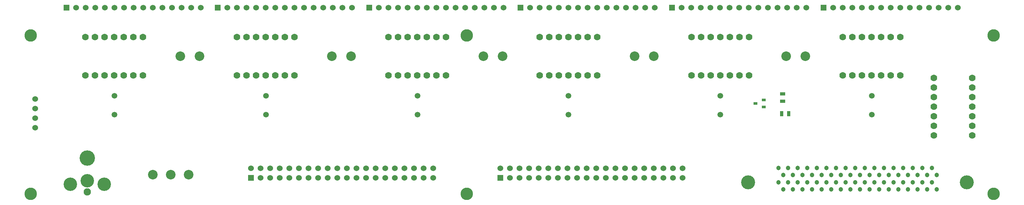
<source format=gts>
G04 (created by PCBNEW (2013-jul-07)-stable) date Thu 11 Jun 2015 04:55:29 PM PDT*
%MOIN*%
G04 Gerber Fmt 3.4, Leading zero omitted, Abs format*
%FSLAX34Y34*%
G01*
G70*
G90*
G04 APERTURE LIST*
%ADD10C,0.00590551*%
%ADD11C,0.1*%
%ADD12R,0.06X0.06*%
%ADD13C,0.06*%
%ADD14C,0.13*%
%ADD15C,0.145669*%
%ADD16C,0.0472441*%
%ADD17C,0.076*%
%ADD18C,0.14*%
%ADD19C,0.16*%
%ADD20R,0.0394X0.0315*%
%ADD21R,0.035X0.055*%
%ADD22R,0.055X0.035*%
%ADD23C,0.07*%
%ADD24C,0.0590551*%
G04 APERTURE END LIST*
G54D10*
G54D11*
X32324Y-27952D03*
X34324Y-27952D03*
X48124Y-27952D03*
X50124Y-27952D03*
X63924Y-27952D03*
X65924Y-27952D03*
X79694Y-27952D03*
X81694Y-27952D03*
X95514Y-27952D03*
X97514Y-27952D03*
G54D12*
X39712Y-40657D03*
G54D13*
X39712Y-39657D03*
X44712Y-40657D03*
X40712Y-39657D03*
X45712Y-40657D03*
X41712Y-39657D03*
X46712Y-40657D03*
X42712Y-39657D03*
X47712Y-40657D03*
X43712Y-39657D03*
X48712Y-40657D03*
X44712Y-39657D03*
X49712Y-40657D03*
X45712Y-39657D03*
X50712Y-40657D03*
X46712Y-39657D03*
X51712Y-40657D03*
X47712Y-39657D03*
X52712Y-40657D03*
X48712Y-39657D03*
X53712Y-40657D03*
X49712Y-39657D03*
X54712Y-40657D03*
X50712Y-39657D03*
X51712Y-39657D03*
X55712Y-40657D03*
X52712Y-39657D03*
X54712Y-39657D03*
X55712Y-39657D03*
X56712Y-39657D03*
X57712Y-39657D03*
X56712Y-40657D03*
X57712Y-40657D03*
X40712Y-40657D03*
X41712Y-40657D03*
X42712Y-40657D03*
X43712Y-40657D03*
X58712Y-40657D03*
X58712Y-39657D03*
X53712Y-39657D03*
G54D12*
X20460Y-22874D03*
G54D13*
X21460Y-22874D03*
X22460Y-22874D03*
X23460Y-22874D03*
X24460Y-22874D03*
X25460Y-22874D03*
X26460Y-22874D03*
X27460Y-22874D03*
X28460Y-22874D03*
X29460Y-22874D03*
X30460Y-22874D03*
X31460Y-22874D03*
X32460Y-22874D03*
X33460Y-22874D03*
X34460Y-22874D03*
G54D12*
X36248Y-22874D03*
G54D13*
X37248Y-22874D03*
X38248Y-22874D03*
X39248Y-22874D03*
X40248Y-22874D03*
X41248Y-22874D03*
X42248Y-22874D03*
X43248Y-22874D03*
X44248Y-22874D03*
X45248Y-22874D03*
X46248Y-22874D03*
X47248Y-22874D03*
X48248Y-22874D03*
X49248Y-22874D03*
X50248Y-22874D03*
G54D12*
X52035Y-22874D03*
G54D13*
X53035Y-22874D03*
X54035Y-22874D03*
X55035Y-22874D03*
X56035Y-22874D03*
X57035Y-22874D03*
X58035Y-22874D03*
X59035Y-22874D03*
X60035Y-22874D03*
X61035Y-22874D03*
X62035Y-22874D03*
X63035Y-22874D03*
X64035Y-22874D03*
X65035Y-22874D03*
X66035Y-22874D03*
G54D12*
X67822Y-22874D03*
G54D13*
X68822Y-22874D03*
X69822Y-22874D03*
X70822Y-22874D03*
X71822Y-22874D03*
X72822Y-22874D03*
X73822Y-22874D03*
X74822Y-22874D03*
X75822Y-22874D03*
X76822Y-22874D03*
X77822Y-22874D03*
X78822Y-22874D03*
X79822Y-22874D03*
X80822Y-22874D03*
X81822Y-22874D03*
G54D12*
X83610Y-22874D03*
G54D13*
X84610Y-22874D03*
X85610Y-22874D03*
X86610Y-22874D03*
X87610Y-22874D03*
X88610Y-22874D03*
X89610Y-22874D03*
X90610Y-22874D03*
X91610Y-22874D03*
X92610Y-22874D03*
X93610Y-22874D03*
X94610Y-22874D03*
X95610Y-22874D03*
X96610Y-22874D03*
X97610Y-22874D03*
G54D12*
X99397Y-22874D03*
G54D13*
X100397Y-22874D03*
X101397Y-22874D03*
X102397Y-22874D03*
X103397Y-22874D03*
X104397Y-22874D03*
X105397Y-22874D03*
X106397Y-22874D03*
X107397Y-22874D03*
X108397Y-22874D03*
X109397Y-22874D03*
X110397Y-22874D03*
X111397Y-22874D03*
X112397Y-22874D03*
X113397Y-22874D03*
G54D14*
X117125Y-25787D03*
X16732Y-42322D03*
X117125Y-42322D03*
X62204Y-25787D03*
X62204Y-42322D03*
X16732Y-25787D03*
G54D15*
X91553Y-41100D03*
X114352Y-41100D03*
G54D16*
X94702Y-39600D03*
X95202Y-40350D03*
X95702Y-39600D03*
X96202Y-40350D03*
X96702Y-39600D03*
X97202Y-40350D03*
X97702Y-39600D03*
X98202Y-40350D03*
X98702Y-39600D03*
X99202Y-40350D03*
X99702Y-39600D03*
X100202Y-40350D03*
X100702Y-39600D03*
X101202Y-40350D03*
X101702Y-39600D03*
X102202Y-40350D03*
X102702Y-39600D03*
X103202Y-40350D03*
X103702Y-39600D03*
X104202Y-40350D03*
X104702Y-39600D03*
X105202Y-40350D03*
X105702Y-39600D03*
X106202Y-40350D03*
X106702Y-39600D03*
X107202Y-40350D03*
X107702Y-39600D03*
X108202Y-40350D03*
X108702Y-39600D03*
X109202Y-40350D03*
X109702Y-39600D03*
X110202Y-40350D03*
X110702Y-39600D03*
X111202Y-40350D03*
X94702Y-41100D03*
X95202Y-41850D03*
X95702Y-41100D03*
X96202Y-41850D03*
X96702Y-41100D03*
X97202Y-41850D03*
X97702Y-41100D03*
X98202Y-41850D03*
X98702Y-41100D03*
X99202Y-41850D03*
X99702Y-41100D03*
X100202Y-41850D03*
X100702Y-41100D03*
X101202Y-41850D03*
X101702Y-41100D03*
X102202Y-41850D03*
X102702Y-41100D03*
X103202Y-41850D03*
X103702Y-41100D03*
X104202Y-41850D03*
X104702Y-41100D03*
X105202Y-41850D03*
X105702Y-41100D03*
X106202Y-41850D03*
X106702Y-41100D03*
X107202Y-41850D03*
X107702Y-41100D03*
X108202Y-41850D03*
X108702Y-41100D03*
X109202Y-41850D03*
X109702Y-41100D03*
X110202Y-41850D03*
X110702Y-41100D03*
X111202Y-41850D03*
G54D17*
X22637Y-42115D03*
G54D18*
X22637Y-40935D03*
G54D19*
X22637Y-38575D03*
G54D18*
X24407Y-41325D03*
X20867Y-41325D03*
G54D11*
X29480Y-40314D03*
X31350Y-40314D03*
X33220Y-40314D03*
G54D12*
X65696Y-40657D03*
G54D13*
X65696Y-39657D03*
X70696Y-40657D03*
X66696Y-39657D03*
X71696Y-40657D03*
X67696Y-39657D03*
X72696Y-40657D03*
X68696Y-39657D03*
X73696Y-40657D03*
X69696Y-39657D03*
X74696Y-40657D03*
X70696Y-39657D03*
X75696Y-40657D03*
X71696Y-39657D03*
X76696Y-40657D03*
X72696Y-39657D03*
X77696Y-40657D03*
X73696Y-39657D03*
X78696Y-40657D03*
X74696Y-39657D03*
X79696Y-40657D03*
X75696Y-39657D03*
X80696Y-40657D03*
X76696Y-39657D03*
X77696Y-39657D03*
X81696Y-40657D03*
X78696Y-39657D03*
X80696Y-39657D03*
X81696Y-39657D03*
X82696Y-39657D03*
X83696Y-39657D03*
X82696Y-40657D03*
X83696Y-40657D03*
X66696Y-40657D03*
X67696Y-40657D03*
X68696Y-40657D03*
X69696Y-40657D03*
X84696Y-40657D03*
X84696Y-39657D03*
X79696Y-39657D03*
G54D20*
X92296Y-32890D03*
X93162Y-32515D03*
X93162Y-33265D03*
G54D21*
X95784Y-33960D03*
X95034Y-33960D03*
G54D22*
X95150Y-32635D03*
X95150Y-31885D03*
G54D23*
X22450Y-29952D03*
X23450Y-29952D03*
X24450Y-29952D03*
X25450Y-29952D03*
X26450Y-29952D03*
X27450Y-29952D03*
X28450Y-29952D03*
X28450Y-25952D03*
X27450Y-25952D03*
X26450Y-25952D03*
X25450Y-25952D03*
X24450Y-25952D03*
X23450Y-25952D03*
X22450Y-25952D03*
X38250Y-29952D03*
X39250Y-29952D03*
X40250Y-29952D03*
X41250Y-29952D03*
X42250Y-29952D03*
X43250Y-29952D03*
X44250Y-29952D03*
X44250Y-25952D03*
X43250Y-25952D03*
X42250Y-25952D03*
X41250Y-25952D03*
X40250Y-25952D03*
X39250Y-25952D03*
X38250Y-25952D03*
X54050Y-29952D03*
X55050Y-29952D03*
X56050Y-29952D03*
X57050Y-29952D03*
X58050Y-29952D03*
X59050Y-29952D03*
X60050Y-29952D03*
X60050Y-25952D03*
X59050Y-25952D03*
X58050Y-25952D03*
X57050Y-25952D03*
X56050Y-25952D03*
X55050Y-25952D03*
X54050Y-25952D03*
X69820Y-29952D03*
X70820Y-29952D03*
X71820Y-29952D03*
X72820Y-29952D03*
X73820Y-29952D03*
X74820Y-29952D03*
X75820Y-29952D03*
X75820Y-25952D03*
X74820Y-25952D03*
X73820Y-25952D03*
X72820Y-25952D03*
X71820Y-25952D03*
X70820Y-25952D03*
X69820Y-25952D03*
X85640Y-29952D03*
X86640Y-29952D03*
X87640Y-29952D03*
X88640Y-29952D03*
X89640Y-29952D03*
X90640Y-29952D03*
X91640Y-29952D03*
X91640Y-25952D03*
X90640Y-25952D03*
X89640Y-25952D03*
X88640Y-25952D03*
X87640Y-25952D03*
X86640Y-25952D03*
X85640Y-25952D03*
X101400Y-29952D03*
X102400Y-29952D03*
X103400Y-29952D03*
X104400Y-29952D03*
X105400Y-29952D03*
X106400Y-29952D03*
X107400Y-29952D03*
X107400Y-25952D03*
X106400Y-25952D03*
X105400Y-25952D03*
X104400Y-25952D03*
X103400Y-25952D03*
X102400Y-25952D03*
X101400Y-25952D03*
X110909Y-30220D03*
X110909Y-31220D03*
X110909Y-32220D03*
X110909Y-33220D03*
X110909Y-34220D03*
X110909Y-35220D03*
X110909Y-36220D03*
X114909Y-36220D03*
X114909Y-35220D03*
X114909Y-34220D03*
X114909Y-33220D03*
X114909Y-32220D03*
X114909Y-31220D03*
X114909Y-30220D03*
G54D24*
X25480Y-32086D03*
X25480Y-34055D03*
X41279Y-32086D03*
X41279Y-34055D03*
X57070Y-32086D03*
X57070Y-34055D03*
X72820Y-32086D03*
X72820Y-34055D03*
X88640Y-32086D03*
X88640Y-34055D03*
X104440Y-32086D03*
X104440Y-34055D03*
G54D13*
X17200Y-35400D03*
X17200Y-34400D03*
X17200Y-33400D03*
X17200Y-32400D03*
M02*

</source>
